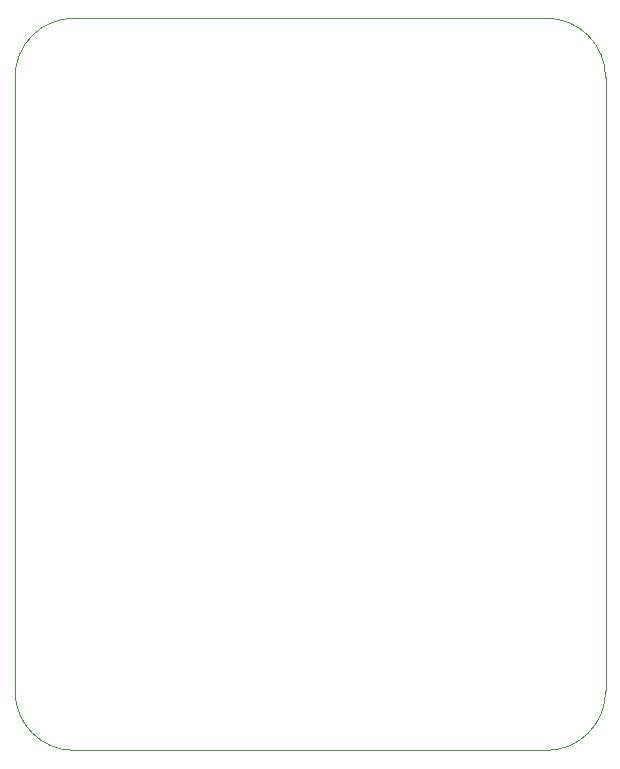
<source format=gbr>
G04 #@! TF.GenerationSoftware,KiCad,Pcbnew,7.0.8*
G04 #@! TF.CreationDate,2024-03-06T12:11:14-08:00*
G04 #@! TF.ProjectId,IotDisplay,496f7444-6973-4706-9c61-792e6b696361,rev?*
G04 #@! TF.SameCoordinates,Original*
G04 #@! TF.FileFunction,Profile,NP*
%FSLAX46Y46*%
G04 Gerber Fmt 4.6, Leading zero omitted, Abs format (unit mm)*
G04 Created by KiCad (PCBNEW 7.0.8) date 2024-03-06 12:11:14*
%MOMM*%
%LPD*%
G01*
G04 APERTURE LIST*
G04 #@! TA.AperFunction,Profile*
%ADD10C,0.038100*%
G04 #@! TD*
G04 APERTURE END LIST*
D10*
X80000000Y-155000000D02*
X120000000Y-155000000D01*
X75000000Y-150000000D02*
G75*
G03*
X80000000Y-155000000I5000000J0D01*
G01*
X120000000Y-93000000D02*
X80000000Y-93000000D01*
X125000000Y-150000000D02*
X125000000Y-98000000D01*
X125000000Y-98000000D02*
G75*
G03*
X120000000Y-93000000I-5000000J0D01*
G01*
X120000000Y-155000000D02*
G75*
G03*
X125000000Y-150000000I0J5000000D01*
G01*
X80000000Y-93000000D02*
G75*
G03*
X75000000Y-98000000I0J-5000000D01*
G01*
X75000000Y-98000000D02*
X75000000Y-150000000D01*
M02*

</source>
